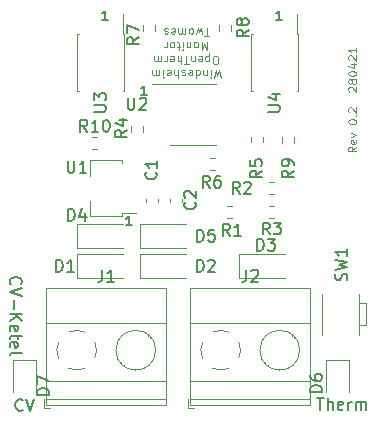
<source format=gbr>
%TF.GenerationSoftware,KiCad,Pcbnew,(5.1.9)-1*%
%TF.CreationDate,2021-04-28T15:15:37+02:00*%
%TF.ProjectId,OpenThermMonitorTwomes,4f70656e-5468-4657-926d-4d6f6e69746f,rev?*%
%TF.SameCoordinates,Original*%
%TF.FileFunction,Legend,Top*%
%TF.FilePolarity,Positive*%
%FSLAX46Y46*%
G04 Gerber Fmt 4.6, Leading zero omitted, Abs format (unit mm)*
G04 Created by KiCad (PCBNEW (5.1.9)-1) date 2021-04-28 15:15:37*
%MOMM*%
%LPD*%
G01*
G04 APERTURE LIST*
%ADD10C,0.120000*%
%ADD11C,0.150000*%
G04 APERTURE END LIST*
D10*
X153224666Y-95550333D02*
X152891333Y-95783666D01*
X153224666Y-95950333D02*
X152524666Y-95950333D01*
X152524666Y-95683666D01*
X152558000Y-95617000D01*
X152591333Y-95583666D01*
X152658000Y-95550333D01*
X152758000Y-95550333D01*
X152824666Y-95583666D01*
X152858000Y-95617000D01*
X152891333Y-95683666D01*
X152891333Y-95950333D01*
X153191333Y-94983666D02*
X153224666Y-95050333D01*
X153224666Y-95183666D01*
X153191333Y-95250333D01*
X153124666Y-95283666D01*
X152858000Y-95283666D01*
X152791333Y-95250333D01*
X152758000Y-95183666D01*
X152758000Y-95050333D01*
X152791333Y-94983666D01*
X152858000Y-94950333D01*
X152924666Y-94950333D01*
X152991333Y-95283666D01*
X152758000Y-94717000D02*
X153224666Y-94550333D01*
X152758000Y-94383666D01*
X152524666Y-93450333D02*
X152524666Y-93383666D01*
X152558000Y-93317000D01*
X152591333Y-93283666D01*
X152658000Y-93250333D01*
X152791333Y-93217000D01*
X152958000Y-93217000D01*
X153091333Y-93250333D01*
X153158000Y-93283666D01*
X153191333Y-93317000D01*
X153224666Y-93383666D01*
X153224666Y-93450333D01*
X153191333Y-93517000D01*
X153158000Y-93550333D01*
X153091333Y-93583666D01*
X152958000Y-93617000D01*
X152791333Y-93617000D01*
X152658000Y-93583666D01*
X152591333Y-93550333D01*
X152558000Y-93517000D01*
X152524666Y-93450333D01*
X153158000Y-92917000D02*
X153191333Y-92883666D01*
X153224666Y-92917000D01*
X153191333Y-92950333D01*
X153158000Y-92917000D01*
X153224666Y-92917000D01*
X152591333Y-92617000D02*
X152558000Y-92583666D01*
X152524666Y-92517000D01*
X152524666Y-92350333D01*
X152558000Y-92283666D01*
X152591333Y-92250333D01*
X152658000Y-92217000D01*
X152724666Y-92217000D01*
X152824666Y-92250333D01*
X153224666Y-92650333D01*
X153224666Y-92217000D01*
X152591333Y-90883666D02*
X152558000Y-90850333D01*
X152524666Y-90783666D01*
X152524666Y-90617000D01*
X152558000Y-90550333D01*
X152591333Y-90517000D01*
X152658000Y-90483666D01*
X152724666Y-90483666D01*
X152824666Y-90517000D01*
X153224666Y-90917000D01*
X153224666Y-90483666D01*
X152824666Y-90083666D02*
X152791333Y-90150333D01*
X152758000Y-90183666D01*
X152691333Y-90217000D01*
X152658000Y-90217000D01*
X152591333Y-90183666D01*
X152558000Y-90150333D01*
X152524666Y-90083666D01*
X152524666Y-89950333D01*
X152558000Y-89883666D01*
X152591333Y-89850333D01*
X152658000Y-89817000D01*
X152691333Y-89817000D01*
X152758000Y-89850333D01*
X152791333Y-89883666D01*
X152824666Y-89950333D01*
X152824666Y-90083666D01*
X152858000Y-90150333D01*
X152891333Y-90183666D01*
X152958000Y-90217000D01*
X153091333Y-90217000D01*
X153158000Y-90183666D01*
X153191333Y-90150333D01*
X153224666Y-90083666D01*
X153224666Y-89950333D01*
X153191333Y-89883666D01*
X153158000Y-89850333D01*
X153091333Y-89817000D01*
X152958000Y-89817000D01*
X152891333Y-89850333D01*
X152858000Y-89883666D01*
X152824666Y-89950333D01*
X152524666Y-89383666D02*
X152524666Y-89317000D01*
X152558000Y-89250333D01*
X152591333Y-89217000D01*
X152658000Y-89183666D01*
X152791333Y-89150333D01*
X152958000Y-89150333D01*
X153091333Y-89183666D01*
X153158000Y-89217000D01*
X153191333Y-89250333D01*
X153224666Y-89317000D01*
X153224666Y-89383666D01*
X153191333Y-89450333D01*
X153158000Y-89483666D01*
X153091333Y-89517000D01*
X152958000Y-89550333D01*
X152791333Y-89550333D01*
X152658000Y-89517000D01*
X152591333Y-89483666D01*
X152558000Y-89450333D01*
X152524666Y-89383666D01*
X152758000Y-88550333D02*
X153224666Y-88550333D01*
X152491333Y-88717000D02*
X152991333Y-88883666D01*
X152991333Y-88450333D01*
X152591333Y-88217000D02*
X152558000Y-88183666D01*
X152524666Y-88117000D01*
X152524666Y-87950333D01*
X152558000Y-87883666D01*
X152591333Y-87850333D01*
X152658000Y-87817000D01*
X152724666Y-87817000D01*
X152824666Y-87850333D01*
X153224666Y-88250333D01*
X153224666Y-87817000D01*
X153224666Y-87150333D02*
X153224666Y-87550333D01*
X153224666Y-87350333D02*
X152524666Y-87350333D01*
X152624666Y-87417000D01*
X152691333Y-87483666D01*
X152724666Y-87550333D01*
D11*
X124975952Y-117832142D02*
X124928333Y-117879761D01*
X124785476Y-117927380D01*
X124690238Y-117927380D01*
X124547380Y-117879761D01*
X124452142Y-117784523D01*
X124404523Y-117689285D01*
X124356904Y-117498809D01*
X124356904Y-117355952D01*
X124404523Y-117165476D01*
X124452142Y-117070238D01*
X124547380Y-116975000D01*
X124690238Y-116927380D01*
X124785476Y-116927380D01*
X124928333Y-116975000D01*
X124975952Y-117022619D01*
X125261666Y-116927380D02*
X125595000Y-117927380D01*
X125928333Y-116927380D01*
D10*
X141744333Y-89718333D02*
X141577666Y-89018333D01*
X141444333Y-89518333D01*
X141311000Y-89018333D01*
X141144333Y-89718333D01*
X140877666Y-89018333D02*
X140877666Y-89485000D01*
X140877666Y-89718333D02*
X140911000Y-89685000D01*
X140877666Y-89651666D01*
X140844333Y-89685000D01*
X140877666Y-89718333D01*
X140877666Y-89651666D01*
X140544333Y-89485000D02*
X140544333Y-89018333D01*
X140544333Y-89418333D02*
X140511000Y-89451666D01*
X140444333Y-89485000D01*
X140344333Y-89485000D01*
X140277666Y-89451666D01*
X140244333Y-89385000D01*
X140244333Y-89018333D01*
X139611000Y-89018333D02*
X139611000Y-89718333D01*
X139611000Y-89051666D02*
X139677666Y-89018333D01*
X139811000Y-89018333D01*
X139877666Y-89051666D01*
X139911000Y-89085000D01*
X139944333Y-89151666D01*
X139944333Y-89351666D01*
X139911000Y-89418333D01*
X139877666Y-89451666D01*
X139811000Y-89485000D01*
X139677666Y-89485000D01*
X139611000Y-89451666D01*
X139011000Y-89051666D02*
X139077666Y-89018333D01*
X139211000Y-89018333D01*
X139277666Y-89051666D01*
X139311000Y-89118333D01*
X139311000Y-89385000D01*
X139277666Y-89451666D01*
X139211000Y-89485000D01*
X139077666Y-89485000D01*
X139011000Y-89451666D01*
X138977666Y-89385000D01*
X138977666Y-89318333D01*
X139311000Y-89251666D01*
X138711000Y-89051666D02*
X138644333Y-89018333D01*
X138511000Y-89018333D01*
X138444333Y-89051666D01*
X138411000Y-89118333D01*
X138411000Y-89151666D01*
X138444333Y-89218333D01*
X138511000Y-89251666D01*
X138611000Y-89251666D01*
X138677666Y-89285000D01*
X138711000Y-89351666D01*
X138711000Y-89385000D01*
X138677666Y-89451666D01*
X138611000Y-89485000D01*
X138511000Y-89485000D01*
X138444333Y-89451666D01*
X138111000Y-89018333D02*
X138111000Y-89718333D01*
X137811000Y-89018333D02*
X137811000Y-89385000D01*
X137844333Y-89451666D01*
X137911000Y-89485000D01*
X138011000Y-89485000D01*
X138077666Y-89451666D01*
X138111000Y-89418333D01*
X137211000Y-89051666D02*
X137277666Y-89018333D01*
X137411000Y-89018333D01*
X137477666Y-89051666D01*
X137511000Y-89118333D01*
X137511000Y-89385000D01*
X137477666Y-89451666D01*
X137411000Y-89485000D01*
X137277666Y-89485000D01*
X137211000Y-89451666D01*
X137177666Y-89385000D01*
X137177666Y-89318333D01*
X137511000Y-89251666D01*
X136877666Y-89018333D02*
X136877666Y-89485000D01*
X136877666Y-89718333D02*
X136911000Y-89685000D01*
X136877666Y-89651666D01*
X136844333Y-89685000D01*
X136877666Y-89718333D01*
X136877666Y-89651666D01*
X136544333Y-89018333D02*
X136544333Y-89485000D01*
X136544333Y-89418333D02*
X136511000Y-89451666D01*
X136444333Y-89485000D01*
X136344333Y-89485000D01*
X136277666Y-89451666D01*
X136244333Y-89385000D01*
X136244333Y-89018333D01*
X136244333Y-89385000D02*
X136211000Y-89451666D01*
X136144333Y-89485000D01*
X136044333Y-89485000D01*
X135977666Y-89451666D01*
X135944333Y-89385000D01*
X135944333Y-89018333D01*
X141377666Y-88548333D02*
X141244333Y-88548333D01*
X141177666Y-88515000D01*
X141111000Y-88448333D01*
X141077666Y-88315000D01*
X141077666Y-88081666D01*
X141111000Y-87948333D01*
X141177666Y-87881666D01*
X141244333Y-87848333D01*
X141377666Y-87848333D01*
X141444333Y-87881666D01*
X141511000Y-87948333D01*
X141544333Y-88081666D01*
X141544333Y-88315000D01*
X141511000Y-88448333D01*
X141444333Y-88515000D01*
X141377666Y-88548333D01*
X140777666Y-88315000D02*
X140777666Y-87615000D01*
X140777666Y-88281666D02*
X140711000Y-88315000D01*
X140577666Y-88315000D01*
X140511000Y-88281666D01*
X140477666Y-88248333D01*
X140444333Y-88181666D01*
X140444333Y-87981666D01*
X140477666Y-87915000D01*
X140511000Y-87881666D01*
X140577666Y-87848333D01*
X140711000Y-87848333D01*
X140777666Y-87881666D01*
X139877666Y-87881666D02*
X139944333Y-87848333D01*
X140077666Y-87848333D01*
X140144333Y-87881666D01*
X140177666Y-87948333D01*
X140177666Y-88215000D01*
X140144333Y-88281666D01*
X140077666Y-88315000D01*
X139944333Y-88315000D01*
X139877666Y-88281666D01*
X139844333Y-88215000D01*
X139844333Y-88148333D01*
X140177666Y-88081666D01*
X139544333Y-88315000D02*
X139544333Y-87848333D01*
X139544333Y-88248333D02*
X139511000Y-88281666D01*
X139444333Y-88315000D01*
X139344333Y-88315000D01*
X139277666Y-88281666D01*
X139244333Y-88215000D01*
X139244333Y-87848333D01*
X139011000Y-88548333D02*
X138611000Y-88548333D01*
X138811000Y-87848333D02*
X138811000Y-88548333D01*
X138377666Y-87848333D02*
X138377666Y-88548333D01*
X138077666Y-87848333D02*
X138077666Y-88215000D01*
X138111000Y-88281666D01*
X138177666Y-88315000D01*
X138277666Y-88315000D01*
X138344333Y-88281666D01*
X138377666Y-88248333D01*
X137477666Y-87881666D02*
X137544333Y-87848333D01*
X137677666Y-87848333D01*
X137744333Y-87881666D01*
X137777666Y-87948333D01*
X137777666Y-88215000D01*
X137744333Y-88281666D01*
X137677666Y-88315000D01*
X137544333Y-88315000D01*
X137477666Y-88281666D01*
X137444333Y-88215000D01*
X137444333Y-88148333D01*
X137777666Y-88081666D01*
X137144333Y-87848333D02*
X137144333Y-88315000D01*
X137144333Y-88181666D02*
X137111000Y-88248333D01*
X137077666Y-88281666D01*
X137011000Y-88315000D01*
X136944333Y-88315000D01*
X136711000Y-87848333D02*
X136711000Y-88315000D01*
X136711000Y-88248333D02*
X136677666Y-88281666D01*
X136611000Y-88315000D01*
X136511000Y-88315000D01*
X136444333Y-88281666D01*
X136411000Y-88215000D01*
X136411000Y-87848333D01*
X136411000Y-88215000D02*
X136377666Y-88281666D01*
X136311000Y-88315000D01*
X136211000Y-88315000D01*
X136144333Y-88281666D01*
X136111000Y-88215000D01*
X136111000Y-87848333D01*
X140577666Y-86678333D02*
X140577666Y-87378333D01*
X140344333Y-86878333D01*
X140111000Y-87378333D01*
X140111000Y-86678333D01*
X139677666Y-86678333D02*
X139744333Y-86711666D01*
X139777666Y-86745000D01*
X139811000Y-86811666D01*
X139811000Y-87011666D01*
X139777666Y-87078333D01*
X139744333Y-87111666D01*
X139677666Y-87145000D01*
X139577666Y-87145000D01*
X139511000Y-87111666D01*
X139477666Y-87078333D01*
X139444333Y-87011666D01*
X139444333Y-86811666D01*
X139477666Y-86745000D01*
X139511000Y-86711666D01*
X139577666Y-86678333D01*
X139677666Y-86678333D01*
X139144333Y-87145000D02*
X139144333Y-86678333D01*
X139144333Y-87078333D02*
X139111000Y-87111666D01*
X139044333Y-87145000D01*
X138944333Y-87145000D01*
X138877666Y-87111666D01*
X138844333Y-87045000D01*
X138844333Y-86678333D01*
X138511000Y-86678333D02*
X138511000Y-87145000D01*
X138511000Y-87378333D02*
X138544333Y-87345000D01*
X138511000Y-87311666D01*
X138477666Y-87345000D01*
X138511000Y-87378333D01*
X138511000Y-87311666D01*
X138277666Y-87145000D02*
X138011000Y-87145000D01*
X138177666Y-87378333D02*
X138177666Y-86778333D01*
X138144333Y-86711666D01*
X138077666Y-86678333D01*
X138011000Y-86678333D01*
X137677666Y-86678333D02*
X137744333Y-86711666D01*
X137777666Y-86745000D01*
X137811000Y-86811666D01*
X137811000Y-87011666D01*
X137777666Y-87078333D01*
X137744333Y-87111666D01*
X137677666Y-87145000D01*
X137577666Y-87145000D01*
X137511000Y-87111666D01*
X137477666Y-87078333D01*
X137444333Y-87011666D01*
X137444333Y-86811666D01*
X137477666Y-86745000D01*
X137511000Y-86711666D01*
X137577666Y-86678333D01*
X137677666Y-86678333D01*
X137144333Y-86678333D02*
X137144333Y-87145000D01*
X137144333Y-87011666D02*
X137111000Y-87078333D01*
X137077666Y-87111666D01*
X137011000Y-87145000D01*
X136944333Y-87145000D01*
X140744333Y-86208333D02*
X140344333Y-86208333D01*
X140544333Y-85508333D02*
X140544333Y-86208333D01*
X140177666Y-85975000D02*
X140044333Y-85508333D01*
X139911000Y-85841666D01*
X139777666Y-85508333D01*
X139644333Y-85975000D01*
X139277666Y-85508333D02*
X139344333Y-85541666D01*
X139377666Y-85575000D01*
X139411000Y-85641666D01*
X139411000Y-85841666D01*
X139377666Y-85908333D01*
X139344333Y-85941666D01*
X139277666Y-85975000D01*
X139177666Y-85975000D01*
X139111000Y-85941666D01*
X139077666Y-85908333D01*
X139044333Y-85841666D01*
X139044333Y-85641666D01*
X139077666Y-85575000D01*
X139111000Y-85541666D01*
X139177666Y-85508333D01*
X139277666Y-85508333D01*
X138744333Y-85508333D02*
X138744333Y-85975000D01*
X138744333Y-85908333D02*
X138711000Y-85941666D01*
X138644333Y-85975000D01*
X138544333Y-85975000D01*
X138477666Y-85941666D01*
X138444333Y-85875000D01*
X138444333Y-85508333D01*
X138444333Y-85875000D02*
X138411000Y-85941666D01*
X138344333Y-85975000D01*
X138244333Y-85975000D01*
X138177666Y-85941666D01*
X138144333Y-85875000D01*
X138144333Y-85508333D01*
X137544333Y-85541666D02*
X137611000Y-85508333D01*
X137744333Y-85508333D01*
X137811000Y-85541666D01*
X137844333Y-85608333D01*
X137844333Y-85875000D01*
X137811000Y-85941666D01*
X137744333Y-85975000D01*
X137611000Y-85975000D01*
X137544333Y-85941666D01*
X137511000Y-85875000D01*
X137511000Y-85808333D01*
X137844333Y-85741666D01*
X137244333Y-85541666D02*
X137177666Y-85508333D01*
X137044333Y-85508333D01*
X136977666Y-85541666D01*
X136944333Y-85608333D01*
X136944333Y-85641666D01*
X136977666Y-85708333D01*
X137044333Y-85741666D01*
X137144333Y-85741666D01*
X137211000Y-85775000D01*
X137244333Y-85841666D01*
X137244333Y-85875000D01*
X137211000Y-85941666D01*
X137144333Y-85975000D01*
X137044333Y-85975000D01*
X136977666Y-85941666D01*
D11*
X132181571Y-84816904D02*
X131724428Y-84816904D01*
X131953000Y-84816904D02*
X131953000Y-84016904D01*
X131876809Y-84131190D01*
X131800619Y-84207380D01*
X131724428Y-84245476D01*
X146913571Y-84816904D02*
X146456428Y-84816904D01*
X146685000Y-84816904D02*
X146685000Y-84016904D01*
X146608809Y-84131190D01*
X146532619Y-84207380D01*
X146456428Y-84245476D01*
X134213571Y-102215904D02*
X133756428Y-102215904D01*
X133985000Y-102215904D02*
X133985000Y-101415904D01*
X133908809Y-101530190D01*
X133832619Y-101606380D01*
X133756428Y-101644476D01*
X135483571Y-91166904D02*
X135026428Y-91166904D01*
X135255000Y-91166904D02*
X135255000Y-90366904D01*
X135178809Y-90481190D01*
X135102619Y-90557380D01*
X135026428Y-90595476D01*
X149876142Y-116800380D02*
X150447571Y-116800380D01*
X150161857Y-117800380D02*
X150161857Y-116800380D01*
X150780904Y-117800380D02*
X150780904Y-116800380D01*
X151209476Y-117800380D02*
X151209476Y-117276571D01*
X151161857Y-117181333D01*
X151066619Y-117133714D01*
X150923761Y-117133714D01*
X150828523Y-117181333D01*
X150780904Y-117228952D01*
X152066619Y-117752761D02*
X151971380Y-117800380D01*
X151780904Y-117800380D01*
X151685666Y-117752761D01*
X151638047Y-117657523D01*
X151638047Y-117276571D01*
X151685666Y-117181333D01*
X151780904Y-117133714D01*
X151971380Y-117133714D01*
X152066619Y-117181333D01*
X152114238Y-117276571D01*
X152114238Y-117371809D01*
X151638047Y-117467047D01*
X152542809Y-117800380D02*
X152542809Y-117133714D01*
X152542809Y-117324190D02*
X152590428Y-117228952D01*
X152638047Y-117181333D01*
X152733285Y-117133714D01*
X152828523Y-117133714D01*
X153161857Y-117800380D02*
X153161857Y-117133714D01*
X153161857Y-117228952D02*
X153209476Y-117181333D01*
X153304714Y-117133714D01*
X153447571Y-117133714D01*
X153542809Y-117181333D01*
X153590428Y-117276571D01*
X153590428Y-117800380D01*
X153590428Y-117276571D02*
X153638047Y-117181333D01*
X153733285Y-117133714D01*
X153876142Y-117133714D01*
X153971380Y-117181333D01*
X154019000Y-117276571D01*
X154019000Y-117800380D01*
X123975857Y-107212142D02*
X123928238Y-107164523D01*
X123880619Y-107021666D01*
X123880619Y-106926428D01*
X123928238Y-106783571D01*
X124023476Y-106688333D01*
X124118714Y-106640714D01*
X124309190Y-106593095D01*
X124452047Y-106593095D01*
X124642523Y-106640714D01*
X124737761Y-106688333D01*
X124833000Y-106783571D01*
X124880619Y-106926428D01*
X124880619Y-107021666D01*
X124833000Y-107164523D01*
X124785380Y-107212142D01*
X124880619Y-107497857D02*
X123880619Y-107831190D01*
X124880619Y-108164523D01*
X124261571Y-108497857D02*
X124261571Y-109259761D01*
X123880619Y-109735952D02*
X124880619Y-109735952D01*
X123880619Y-110307380D02*
X124452047Y-109878809D01*
X124880619Y-110307380D02*
X124309190Y-109735952D01*
X123928238Y-111116904D02*
X123880619Y-111021666D01*
X123880619Y-110831190D01*
X123928238Y-110735952D01*
X124023476Y-110688333D01*
X124404428Y-110688333D01*
X124499666Y-110735952D01*
X124547285Y-110831190D01*
X124547285Y-111021666D01*
X124499666Y-111116904D01*
X124404428Y-111164523D01*
X124309190Y-111164523D01*
X124213952Y-110688333D01*
X124547285Y-111450238D02*
X124547285Y-111831190D01*
X124880619Y-111593095D02*
X124023476Y-111593095D01*
X123928238Y-111640714D01*
X123880619Y-111735952D01*
X123880619Y-111831190D01*
X123928238Y-112545476D02*
X123880619Y-112450238D01*
X123880619Y-112259761D01*
X123928238Y-112164523D01*
X124023476Y-112116904D01*
X124404428Y-112116904D01*
X124499666Y-112164523D01*
X124547285Y-112259761D01*
X124547285Y-112450238D01*
X124499666Y-112545476D01*
X124404428Y-112593095D01*
X124309190Y-112593095D01*
X124213952Y-112116904D01*
X123880619Y-113164523D02*
X123928238Y-113069285D01*
X124023476Y-113021666D01*
X124880619Y-113021666D01*
D10*
%TO.C,SW1*%
X153416600Y-108778000D02*
X154066600Y-108778000D01*
X154066600Y-108778000D02*
X154066600Y-110678000D01*
X154066600Y-110678000D02*
X153416600Y-110678000D01*
X150316600Y-111478000D02*
X150316600Y-107978000D01*
X153416600Y-107978000D02*
X153416600Y-111478000D01*
%TO.C,J2*%
X138932000Y-117676000D02*
X139432000Y-117676000D01*
X138932000Y-116936000D02*
X138932000Y-117676000D01*
X145505000Y-113799000D02*
X145458000Y-113845000D01*
X147802000Y-111501000D02*
X147767000Y-111537000D01*
X145698000Y-114015000D02*
X145663000Y-114050000D01*
X148007000Y-111707000D02*
X147960000Y-111753000D01*
X149292000Y-107515000D02*
X149292000Y-117436000D01*
X139172000Y-107515000D02*
X139172000Y-117436000D01*
X139172000Y-117436000D02*
X149292000Y-117436000D01*
X139172000Y-107515000D02*
X149292000Y-107515000D01*
X139172000Y-110475000D02*
X149292000Y-110475000D01*
X139172000Y-115376000D02*
X149292000Y-115376000D01*
X139172000Y-116876000D02*
X149292000Y-116876000D01*
X148412000Y-112776000D02*
G75*
G03*
X148412000Y-112776000I-1680000J0D01*
G01*
X142415318Y-114310756D02*
G75*
G02*
X141732000Y-114456000I-683318J1534756D01*
G01*
X143267426Y-112092958D02*
G75*
G02*
X143267000Y-113460000I-1535426J-683042D01*
G01*
X141048958Y-111240574D02*
G75*
G02*
X142416000Y-111241000I683042J-1535426D01*
G01*
X140196574Y-113459042D02*
G75*
G02*
X140197000Y-112092000I1535426J683042D01*
G01*
X141760805Y-114456253D02*
G75*
G02*
X141048000Y-114311000I-28805J1680253D01*
G01*
%TO.C,J1*%
X136220000Y-112776000D02*
G75*
G03*
X136220000Y-112776000I-1680000J0D01*
G01*
X126980000Y-116876000D02*
X137100000Y-116876000D01*
X126980000Y-115376000D02*
X137100000Y-115376000D01*
X126980000Y-110475000D02*
X137100000Y-110475000D01*
X126980000Y-107515000D02*
X137100000Y-107515000D01*
X126980000Y-117436000D02*
X137100000Y-117436000D01*
X126980000Y-107515000D02*
X126980000Y-117436000D01*
X137100000Y-107515000D02*
X137100000Y-117436000D01*
X135815000Y-111707000D02*
X135768000Y-111753000D01*
X133506000Y-114015000D02*
X133471000Y-114050000D01*
X135610000Y-111501000D02*
X135575000Y-111537000D01*
X133313000Y-113799000D02*
X133266000Y-113845000D01*
X126740000Y-116936000D02*
X126740000Y-117676000D01*
X126740000Y-117676000D02*
X127240000Y-117676000D01*
X129568805Y-114456253D02*
G75*
G02*
X128856000Y-114311000I-28805J1680253D01*
G01*
X128004574Y-113459042D02*
G75*
G02*
X128005000Y-112092000I1535426J683042D01*
G01*
X128856958Y-111240574D02*
G75*
G02*
X130224000Y-111241000I683042J-1535426D01*
G01*
X131075426Y-112092958D02*
G75*
G02*
X131075000Y-113460000I-1535426J-683042D01*
G01*
X130223318Y-114310756D02*
G75*
G02*
X129540000Y-114456000I-683318J1534756D01*
G01*
%TO.C,D5*%
X134910000Y-102124000D02*
X138810000Y-102124000D01*
X134910000Y-104124000D02*
X138810000Y-104124000D01*
X134910000Y-102124000D02*
X134910000Y-104124000D01*
%TO.C,D4*%
X129576000Y-102124000D02*
X133476000Y-102124000D01*
X129576000Y-104124000D02*
X133476000Y-104124000D01*
X129576000Y-102124000D02*
X129576000Y-104124000D01*
%TO.C,D3*%
X143292000Y-104664000D02*
X147192000Y-104664000D01*
X143292000Y-106664000D02*
X147192000Y-106664000D01*
X143292000Y-104664000D02*
X143292000Y-106664000D01*
%TO.C,D2*%
X134910000Y-104664000D02*
X138810000Y-104664000D01*
X134910000Y-106664000D02*
X138810000Y-106664000D01*
X134910000Y-104664000D02*
X134910000Y-106664000D01*
%TO.C,D1*%
X129576000Y-104664000D02*
X133476000Y-104664000D01*
X129576000Y-106664000D02*
X133476000Y-106664000D01*
X129576000Y-104664000D02*
X129576000Y-106664000D01*
%TO.C,U4*%
X148154000Y-85992000D02*
X148154000Y-84292000D01*
X144454000Y-90792000D02*
X144304000Y-90792000D01*
X144304000Y-90792000D02*
X144304000Y-85992000D01*
X144304000Y-85992000D02*
X144454000Y-85992000D01*
X148154000Y-85992000D02*
X148304000Y-85992000D01*
X148304000Y-85992000D02*
X148304000Y-90792000D01*
X148304000Y-90792000D02*
X148154000Y-90792000D01*
%TO.C,U3*%
X133572000Y-90792000D02*
X133422000Y-90792000D01*
X133572000Y-85992000D02*
X133572000Y-90792000D01*
X133422000Y-85992000D02*
X133572000Y-85992000D01*
X129572000Y-85992000D02*
X129722000Y-85992000D01*
X129572000Y-90792000D02*
X129572000Y-85992000D01*
X129722000Y-90792000D02*
X129572000Y-90792000D01*
X133422000Y-85992000D02*
X133422000Y-84292000D01*
%TO.C,U2*%
X139381000Y-90277000D02*
X135931000Y-90277000D01*
X139381000Y-90277000D02*
X141331000Y-90277000D01*
X139381000Y-95397000D02*
X137431000Y-95397000D01*
X139381000Y-95397000D02*
X141331000Y-95397000D01*
%TO.C,U1*%
X133394000Y-96700000D02*
X133394000Y-96930000D01*
X133394000Y-101420000D02*
X133394000Y-101190000D01*
X133394000Y-101420000D02*
X130674000Y-101420000D01*
X130674000Y-101420000D02*
X130674000Y-100110000D01*
X134534000Y-101190000D02*
X133394000Y-101190000D01*
X130674000Y-96700000D02*
X133394000Y-96700000D01*
X130674000Y-98010000D02*
X130674000Y-96700000D01*
%TO.C,R10*%
X130826742Y-95772500D02*
X131301258Y-95772500D01*
X130826742Y-94727500D02*
X131301258Y-94727500D01*
%TO.C,R9*%
X146924500Y-94758742D02*
X146924500Y-95233258D01*
X147969500Y-94758742D02*
X147969500Y-95233258D01*
%TO.C,R8*%
X142635500Y-85708258D02*
X142635500Y-85233742D01*
X141590500Y-85708258D02*
X141590500Y-85233742D01*
%TO.C,R7*%
X136158500Y-85708258D02*
X136158500Y-85233742D01*
X135113500Y-85708258D02*
X135113500Y-85233742D01*
%TO.C,R6*%
X141270258Y-96505500D02*
X140795742Y-96505500D01*
X141270258Y-97550500D02*
X140795742Y-97550500D01*
%TO.C,R5*%
X144257500Y-94695742D02*
X144257500Y-95170258D01*
X145302500Y-94695742D02*
X145302500Y-95170258D01*
%TO.C,R4*%
X134097500Y-93805742D02*
X134097500Y-94280258D01*
X135142500Y-93805742D02*
X135142500Y-94280258D01*
%TO.C,R3*%
X146287258Y-100569500D02*
X145812742Y-100569500D01*
X146287258Y-101614500D02*
X145812742Y-101614500D01*
%TO.C,R2*%
X145812742Y-99582500D02*
X146287258Y-99582500D01*
X145812742Y-98537500D02*
X146287258Y-98537500D01*
%TO.C,R1*%
X142256742Y-101614500D02*
X142731258Y-101614500D01*
X142256742Y-100569500D02*
X142731258Y-100569500D01*
%TO.C,D7*%
X124135000Y-113631000D02*
X124135000Y-116316000D01*
X126055000Y-113631000D02*
X124135000Y-113631000D01*
X126055000Y-116316000D02*
X126055000Y-113631000D01*
%TO.C,D6*%
X150678000Y-113631000D02*
X150678000Y-116316000D01*
X152598000Y-113631000D02*
X150678000Y-113631000D01*
X152598000Y-116316000D02*
X152598000Y-113631000D01*
%TO.C,C2*%
X137412000Y-99935420D02*
X137412000Y-100216580D01*
X138432000Y-99935420D02*
X138432000Y-100216580D01*
%TO.C,C1*%
X135380000Y-99935420D02*
X135380000Y-100216580D01*
X136400000Y-99935420D02*
X136400000Y-100216580D01*
%TO.C,SW1*%
D11*
X152398361Y-106870333D02*
X152445980Y-106727476D01*
X152445980Y-106489380D01*
X152398361Y-106394142D01*
X152350742Y-106346523D01*
X152255504Y-106298904D01*
X152160266Y-106298904D01*
X152065028Y-106346523D01*
X152017409Y-106394142D01*
X151969790Y-106489380D01*
X151922171Y-106679857D01*
X151874552Y-106775095D01*
X151826933Y-106822714D01*
X151731695Y-106870333D01*
X151636457Y-106870333D01*
X151541219Y-106822714D01*
X151493600Y-106775095D01*
X151445980Y-106679857D01*
X151445980Y-106441761D01*
X151493600Y-106298904D01*
X151445980Y-105965571D02*
X152445980Y-105727476D01*
X151731695Y-105537000D01*
X152445980Y-105346523D01*
X151445980Y-105108428D01*
X152445980Y-104203666D02*
X152445980Y-104775095D01*
X152445980Y-104489380D02*
X151445980Y-104489380D01*
X151588838Y-104584619D01*
X151684076Y-104679857D01*
X151731695Y-104775095D01*
%TO.C,J2*%
X143898666Y-105968380D02*
X143898666Y-106682666D01*
X143851047Y-106825523D01*
X143755809Y-106920761D01*
X143612952Y-106968380D01*
X143517714Y-106968380D01*
X144327238Y-106063619D02*
X144374857Y-106016000D01*
X144470095Y-105968380D01*
X144708190Y-105968380D01*
X144803428Y-106016000D01*
X144851047Y-106063619D01*
X144898666Y-106158857D01*
X144898666Y-106254095D01*
X144851047Y-106396952D01*
X144279619Y-106968380D01*
X144898666Y-106968380D01*
%TO.C,J1*%
X131706666Y-105968380D02*
X131706666Y-106682666D01*
X131659047Y-106825523D01*
X131563809Y-106920761D01*
X131420952Y-106968380D01*
X131325714Y-106968380D01*
X132706666Y-106968380D02*
X132135238Y-106968380D01*
X132420952Y-106968380D02*
X132420952Y-105968380D01*
X132325714Y-106111238D01*
X132230476Y-106206476D01*
X132135238Y-106254095D01*
%TO.C,D5*%
X139723904Y-103576380D02*
X139723904Y-102576380D01*
X139962000Y-102576380D01*
X140104857Y-102624000D01*
X140200095Y-102719238D01*
X140247714Y-102814476D01*
X140295333Y-103004952D01*
X140295333Y-103147809D01*
X140247714Y-103338285D01*
X140200095Y-103433523D01*
X140104857Y-103528761D01*
X139962000Y-103576380D01*
X139723904Y-103576380D01*
X141200095Y-102576380D02*
X140723904Y-102576380D01*
X140676285Y-103052571D01*
X140723904Y-103004952D01*
X140819142Y-102957333D01*
X141057238Y-102957333D01*
X141152476Y-103004952D01*
X141200095Y-103052571D01*
X141247714Y-103147809D01*
X141247714Y-103385904D01*
X141200095Y-103481142D01*
X141152476Y-103528761D01*
X141057238Y-103576380D01*
X140819142Y-103576380D01*
X140723904Y-103528761D01*
X140676285Y-103481142D01*
%TO.C,D4*%
X128801904Y-101798380D02*
X128801904Y-100798380D01*
X129040000Y-100798380D01*
X129182857Y-100846000D01*
X129278095Y-100941238D01*
X129325714Y-101036476D01*
X129373333Y-101226952D01*
X129373333Y-101369809D01*
X129325714Y-101560285D01*
X129278095Y-101655523D01*
X129182857Y-101750761D01*
X129040000Y-101798380D01*
X128801904Y-101798380D01*
X130230476Y-101131714D02*
X130230476Y-101798380D01*
X129992380Y-100750761D02*
X129754285Y-101465047D01*
X130373333Y-101465047D01*
%TO.C,D3*%
X144803904Y-104338380D02*
X144803904Y-103338380D01*
X145042000Y-103338380D01*
X145184857Y-103386000D01*
X145280095Y-103481238D01*
X145327714Y-103576476D01*
X145375333Y-103766952D01*
X145375333Y-103909809D01*
X145327714Y-104100285D01*
X145280095Y-104195523D01*
X145184857Y-104290761D01*
X145042000Y-104338380D01*
X144803904Y-104338380D01*
X145708666Y-103338380D02*
X146327714Y-103338380D01*
X145994380Y-103719333D01*
X146137238Y-103719333D01*
X146232476Y-103766952D01*
X146280095Y-103814571D01*
X146327714Y-103909809D01*
X146327714Y-104147904D01*
X146280095Y-104243142D01*
X146232476Y-104290761D01*
X146137238Y-104338380D01*
X145851523Y-104338380D01*
X145756285Y-104290761D01*
X145708666Y-104243142D01*
%TO.C,D2*%
X139723904Y-106116380D02*
X139723904Y-105116380D01*
X139962000Y-105116380D01*
X140104857Y-105164000D01*
X140200095Y-105259238D01*
X140247714Y-105354476D01*
X140295333Y-105544952D01*
X140295333Y-105687809D01*
X140247714Y-105878285D01*
X140200095Y-105973523D01*
X140104857Y-106068761D01*
X139962000Y-106116380D01*
X139723904Y-106116380D01*
X140676285Y-105211619D02*
X140723904Y-105164000D01*
X140819142Y-105116380D01*
X141057238Y-105116380D01*
X141152476Y-105164000D01*
X141200095Y-105211619D01*
X141247714Y-105306857D01*
X141247714Y-105402095D01*
X141200095Y-105544952D01*
X140628666Y-106116380D01*
X141247714Y-106116380D01*
%TO.C,D1*%
X127785904Y-106116380D02*
X127785904Y-105116380D01*
X128024000Y-105116380D01*
X128166857Y-105164000D01*
X128262095Y-105259238D01*
X128309714Y-105354476D01*
X128357333Y-105544952D01*
X128357333Y-105687809D01*
X128309714Y-105878285D01*
X128262095Y-105973523D01*
X128166857Y-106068761D01*
X128024000Y-106116380D01*
X127785904Y-106116380D01*
X129309714Y-106116380D02*
X128738285Y-106116380D01*
X129024000Y-106116380D02*
X129024000Y-105116380D01*
X128928761Y-105259238D01*
X128833523Y-105354476D01*
X128738285Y-105402095D01*
%TO.C,U4*%
X145756380Y-92582904D02*
X146565904Y-92582904D01*
X146661142Y-92535285D01*
X146708761Y-92487666D01*
X146756380Y-92392428D01*
X146756380Y-92201952D01*
X146708761Y-92106714D01*
X146661142Y-92059095D01*
X146565904Y-92011476D01*
X145756380Y-92011476D01*
X146089714Y-91106714D02*
X146756380Y-91106714D01*
X145708761Y-91344809D02*
X146423047Y-91582904D01*
X146423047Y-90963857D01*
%TO.C,U3*%
X131024380Y-92582904D02*
X131833904Y-92582904D01*
X131929142Y-92535285D01*
X131976761Y-92487666D01*
X132024380Y-92392428D01*
X132024380Y-92201952D01*
X131976761Y-92106714D01*
X131929142Y-92059095D01*
X131833904Y-92011476D01*
X131024380Y-92011476D01*
X131024380Y-91630523D02*
X131024380Y-91011476D01*
X131405333Y-91344809D01*
X131405333Y-91201952D01*
X131452952Y-91106714D01*
X131500571Y-91059095D01*
X131595809Y-91011476D01*
X131833904Y-91011476D01*
X131929142Y-91059095D01*
X131976761Y-91106714D01*
X132024380Y-91201952D01*
X132024380Y-91487666D01*
X131976761Y-91582904D01*
X131929142Y-91630523D01*
%TO.C,U2*%
X133858095Y-91400380D02*
X133858095Y-92209904D01*
X133905714Y-92305142D01*
X133953333Y-92352761D01*
X134048571Y-92400380D01*
X134239047Y-92400380D01*
X134334285Y-92352761D01*
X134381904Y-92305142D01*
X134429523Y-92209904D01*
X134429523Y-91400380D01*
X134858095Y-91495619D02*
X134905714Y-91448000D01*
X135000952Y-91400380D01*
X135239047Y-91400380D01*
X135334285Y-91448000D01*
X135381904Y-91495619D01*
X135429523Y-91590857D01*
X135429523Y-91686095D01*
X135381904Y-91828952D01*
X134810476Y-92400380D01*
X135429523Y-92400380D01*
%TO.C,U1*%
X128778095Y-96734380D02*
X128778095Y-97543904D01*
X128825714Y-97639142D01*
X128873333Y-97686761D01*
X128968571Y-97734380D01*
X129159047Y-97734380D01*
X129254285Y-97686761D01*
X129301904Y-97639142D01*
X129349523Y-97543904D01*
X129349523Y-96734380D01*
X130349523Y-97734380D02*
X129778095Y-97734380D01*
X130063809Y-97734380D02*
X130063809Y-96734380D01*
X129968571Y-96877238D01*
X129873333Y-96972476D01*
X129778095Y-97020095D01*
%TO.C,R10*%
X130421142Y-94272380D02*
X130087809Y-93796190D01*
X129849714Y-94272380D02*
X129849714Y-93272380D01*
X130230666Y-93272380D01*
X130325904Y-93320000D01*
X130373523Y-93367619D01*
X130421142Y-93462857D01*
X130421142Y-93605714D01*
X130373523Y-93700952D01*
X130325904Y-93748571D01*
X130230666Y-93796190D01*
X129849714Y-93796190D01*
X131373523Y-94272380D02*
X130802095Y-94272380D01*
X131087809Y-94272380D02*
X131087809Y-93272380D01*
X130992571Y-93415238D01*
X130897333Y-93510476D01*
X130802095Y-93558095D01*
X131992571Y-93272380D02*
X132087809Y-93272380D01*
X132183047Y-93320000D01*
X132230666Y-93367619D01*
X132278285Y-93462857D01*
X132325904Y-93653333D01*
X132325904Y-93891428D01*
X132278285Y-94081904D01*
X132230666Y-94177142D01*
X132183047Y-94224761D01*
X132087809Y-94272380D01*
X131992571Y-94272380D01*
X131897333Y-94224761D01*
X131849714Y-94177142D01*
X131802095Y-94081904D01*
X131754476Y-93891428D01*
X131754476Y-93653333D01*
X131802095Y-93462857D01*
X131849714Y-93367619D01*
X131897333Y-93320000D01*
X131992571Y-93272380D01*
%TO.C,R9*%
X147899380Y-97575666D02*
X147423190Y-97909000D01*
X147899380Y-98147095D02*
X146899380Y-98147095D01*
X146899380Y-97766142D01*
X146947000Y-97670904D01*
X146994619Y-97623285D01*
X147089857Y-97575666D01*
X147232714Y-97575666D01*
X147327952Y-97623285D01*
X147375571Y-97670904D01*
X147423190Y-97766142D01*
X147423190Y-98147095D01*
X147899380Y-97099476D02*
X147899380Y-96909000D01*
X147851761Y-96813761D01*
X147804142Y-96766142D01*
X147661285Y-96670904D01*
X147470809Y-96623285D01*
X147089857Y-96623285D01*
X146994619Y-96670904D01*
X146947000Y-96718523D01*
X146899380Y-96813761D01*
X146899380Y-97004238D01*
X146947000Y-97099476D01*
X146994619Y-97147095D01*
X147089857Y-97194714D01*
X147327952Y-97194714D01*
X147423190Y-97147095D01*
X147470809Y-97099476D01*
X147518428Y-97004238D01*
X147518428Y-96813761D01*
X147470809Y-96718523D01*
X147423190Y-96670904D01*
X147327952Y-96623285D01*
%TO.C,R8*%
X144089380Y-85637666D02*
X143613190Y-85971000D01*
X144089380Y-86209095D02*
X143089380Y-86209095D01*
X143089380Y-85828142D01*
X143137000Y-85732904D01*
X143184619Y-85685285D01*
X143279857Y-85637666D01*
X143422714Y-85637666D01*
X143517952Y-85685285D01*
X143565571Y-85732904D01*
X143613190Y-85828142D01*
X143613190Y-86209095D01*
X143517952Y-85066238D02*
X143470333Y-85161476D01*
X143422714Y-85209095D01*
X143327476Y-85256714D01*
X143279857Y-85256714D01*
X143184619Y-85209095D01*
X143137000Y-85161476D01*
X143089380Y-85066238D01*
X143089380Y-84875761D01*
X143137000Y-84780523D01*
X143184619Y-84732904D01*
X143279857Y-84685285D01*
X143327476Y-84685285D01*
X143422714Y-84732904D01*
X143470333Y-84780523D01*
X143517952Y-84875761D01*
X143517952Y-85066238D01*
X143565571Y-85161476D01*
X143613190Y-85209095D01*
X143708428Y-85256714D01*
X143898904Y-85256714D01*
X143994142Y-85209095D01*
X144041761Y-85161476D01*
X144089380Y-85066238D01*
X144089380Y-84875761D01*
X144041761Y-84780523D01*
X143994142Y-84732904D01*
X143898904Y-84685285D01*
X143708428Y-84685285D01*
X143613190Y-84732904D01*
X143565571Y-84780523D01*
X143517952Y-84875761D01*
%TO.C,R7*%
X134818380Y-86272666D02*
X134342190Y-86606000D01*
X134818380Y-86844095D02*
X133818380Y-86844095D01*
X133818380Y-86463142D01*
X133866000Y-86367904D01*
X133913619Y-86320285D01*
X134008857Y-86272666D01*
X134151714Y-86272666D01*
X134246952Y-86320285D01*
X134294571Y-86367904D01*
X134342190Y-86463142D01*
X134342190Y-86844095D01*
X133818380Y-85939333D02*
X133818380Y-85272666D01*
X134818380Y-85701238D01*
%TO.C,R6*%
X140803333Y-99004380D02*
X140470000Y-98528190D01*
X140231904Y-99004380D02*
X140231904Y-98004380D01*
X140612857Y-98004380D01*
X140708095Y-98052000D01*
X140755714Y-98099619D01*
X140803333Y-98194857D01*
X140803333Y-98337714D01*
X140755714Y-98432952D01*
X140708095Y-98480571D01*
X140612857Y-98528190D01*
X140231904Y-98528190D01*
X141660476Y-98004380D02*
X141470000Y-98004380D01*
X141374761Y-98052000D01*
X141327142Y-98099619D01*
X141231904Y-98242476D01*
X141184285Y-98432952D01*
X141184285Y-98813904D01*
X141231904Y-98909142D01*
X141279523Y-98956761D01*
X141374761Y-99004380D01*
X141565238Y-99004380D01*
X141660476Y-98956761D01*
X141708095Y-98909142D01*
X141755714Y-98813904D01*
X141755714Y-98575809D01*
X141708095Y-98480571D01*
X141660476Y-98432952D01*
X141565238Y-98385333D01*
X141374761Y-98385333D01*
X141279523Y-98432952D01*
X141231904Y-98480571D01*
X141184285Y-98575809D01*
%TO.C,R5*%
X145232380Y-97575666D02*
X144756190Y-97909000D01*
X145232380Y-98147095D02*
X144232380Y-98147095D01*
X144232380Y-97766142D01*
X144280000Y-97670904D01*
X144327619Y-97623285D01*
X144422857Y-97575666D01*
X144565714Y-97575666D01*
X144660952Y-97623285D01*
X144708571Y-97670904D01*
X144756190Y-97766142D01*
X144756190Y-98147095D01*
X144232380Y-96670904D02*
X144232380Y-97147095D01*
X144708571Y-97194714D01*
X144660952Y-97147095D01*
X144613333Y-97051857D01*
X144613333Y-96813761D01*
X144660952Y-96718523D01*
X144708571Y-96670904D01*
X144803809Y-96623285D01*
X145041904Y-96623285D01*
X145137142Y-96670904D01*
X145184761Y-96718523D01*
X145232380Y-96813761D01*
X145232380Y-97051857D01*
X145184761Y-97147095D01*
X145137142Y-97194714D01*
%TO.C,R4*%
X133802380Y-94146666D02*
X133326190Y-94480000D01*
X133802380Y-94718095D02*
X132802380Y-94718095D01*
X132802380Y-94337142D01*
X132850000Y-94241904D01*
X132897619Y-94194285D01*
X132992857Y-94146666D01*
X133135714Y-94146666D01*
X133230952Y-94194285D01*
X133278571Y-94241904D01*
X133326190Y-94337142D01*
X133326190Y-94718095D01*
X133135714Y-93289523D02*
X133802380Y-93289523D01*
X132754761Y-93527619D02*
X133469047Y-93765714D01*
X133469047Y-93146666D01*
%TO.C,R3*%
X145883333Y-102974380D02*
X145550000Y-102498190D01*
X145311904Y-102974380D02*
X145311904Y-101974380D01*
X145692857Y-101974380D01*
X145788095Y-102022000D01*
X145835714Y-102069619D01*
X145883333Y-102164857D01*
X145883333Y-102307714D01*
X145835714Y-102402952D01*
X145788095Y-102450571D01*
X145692857Y-102498190D01*
X145311904Y-102498190D01*
X146216666Y-101974380D02*
X146835714Y-101974380D01*
X146502380Y-102355333D01*
X146645238Y-102355333D01*
X146740476Y-102402952D01*
X146788095Y-102450571D01*
X146835714Y-102545809D01*
X146835714Y-102783904D01*
X146788095Y-102879142D01*
X146740476Y-102926761D01*
X146645238Y-102974380D01*
X146359523Y-102974380D01*
X146264285Y-102926761D01*
X146216666Y-102879142D01*
%TO.C,R2*%
X143343333Y-99512380D02*
X143010000Y-99036190D01*
X142771904Y-99512380D02*
X142771904Y-98512380D01*
X143152857Y-98512380D01*
X143248095Y-98560000D01*
X143295714Y-98607619D01*
X143343333Y-98702857D01*
X143343333Y-98845714D01*
X143295714Y-98940952D01*
X143248095Y-98988571D01*
X143152857Y-99036190D01*
X142771904Y-99036190D01*
X143724285Y-98607619D02*
X143771904Y-98560000D01*
X143867142Y-98512380D01*
X144105238Y-98512380D01*
X144200476Y-98560000D01*
X144248095Y-98607619D01*
X144295714Y-98702857D01*
X144295714Y-98798095D01*
X144248095Y-98940952D01*
X143676666Y-99512380D01*
X144295714Y-99512380D01*
%TO.C,R1*%
X142518333Y-103068380D02*
X142185000Y-102592190D01*
X141946904Y-103068380D02*
X141946904Y-102068380D01*
X142327857Y-102068380D01*
X142423095Y-102116000D01*
X142470714Y-102163619D01*
X142518333Y-102258857D01*
X142518333Y-102401714D01*
X142470714Y-102496952D01*
X142423095Y-102544571D01*
X142327857Y-102592190D01*
X141946904Y-102592190D01*
X143470714Y-103068380D02*
X142899285Y-103068380D01*
X143185000Y-103068380D02*
X143185000Y-102068380D01*
X143089761Y-102211238D01*
X142994523Y-102306476D01*
X142899285Y-102354095D01*
%TO.C,D7*%
X127198380Y-116562095D02*
X126198380Y-116562095D01*
X126198380Y-116324000D01*
X126246000Y-116181142D01*
X126341238Y-116085904D01*
X126436476Y-116038285D01*
X126626952Y-115990666D01*
X126769809Y-115990666D01*
X126960285Y-116038285D01*
X127055523Y-116085904D01*
X127150761Y-116181142D01*
X127198380Y-116324000D01*
X127198380Y-116562095D01*
X126198380Y-115657333D02*
X126198380Y-114990666D01*
X127198380Y-115419238D01*
%TO.C,D6*%
X150312380Y-116308095D02*
X149312380Y-116308095D01*
X149312380Y-116070000D01*
X149360000Y-115927142D01*
X149455238Y-115831904D01*
X149550476Y-115784285D01*
X149740952Y-115736666D01*
X149883809Y-115736666D01*
X150074285Y-115784285D01*
X150169523Y-115831904D01*
X150264761Y-115927142D01*
X150312380Y-116070000D01*
X150312380Y-116308095D01*
X149312380Y-114879523D02*
X149312380Y-115070000D01*
X149360000Y-115165238D01*
X149407619Y-115212857D01*
X149550476Y-115308095D01*
X149740952Y-115355714D01*
X150121904Y-115355714D01*
X150217142Y-115308095D01*
X150264761Y-115260476D01*
X150312380Y-115165238D01*
X150312380Y-114974761D01*
X150264761Y-114879523D01*
X150217142Y-114831904D01*
X150121904Y-114784285D01*
X149883809Y-114784285D01*
X149788571Y-114831904D01*
X149740952Y-114879523D01*
X149693333Y-114974761D01*
X149693333Y-115165238D01*
X149740952Y-115260476D01*
X149788571Y-115308095D01*
X149883809Y-115355714D01*
%TO.C,C2*%
X139549142Y-100242666D02*
X139596761Y-100290285D01*
X139644380Y-100433142D01*
X139644380Y-100528380D01*
X139596761Y-100671238D01*
X139501523Y-100766476D01*
X139406285Y-100814095D01*
X139215809Y-100861714D01*
X139072952Y-100861714D01*
X138882476Y-100814095D01*
X138787238Y-100766476D01*
X138692000Y-100671238D01*
X138644380Y-100528380D01*
X138644380Y-100433142D01*
X138692000Y-100290285D01*
X138739619Y-100242666D01*
X138739619Y-99861714D02*
X138692000Y-99814095D01*
X138644380Y-99718857D01*
X138644380Y-99480761D01*
X138692000Y-99385523D01*
X138739619Y-99337904D01*
X138834857Y-99290285D01*
X138930095Y-99290285D01*
X139072952Y-99337904D01*
X139644380Y-99909333D01*
X139644380Y-99290285D01*
%TO.C,C1*%
X136247142Y-97689666D02*
X136294761Y-97737285D01*
X136342380Y-97880142D01*
X136342380Y-97975380D01*
X136294761Y-98118238D01*
X136199523Y-98213476D01*
X136104285Y-98261095D01*
X135913809Y-98308714D01*
X135770952Y-98308714D01*
X135580476Y-98261095D01*
X135485238Y-98213476D01*
X135390000Y-98118238D01*
X135342380Y-97975380D01*
X135342380Y-97880142D01*
X135390000Y-97737285D01*
X135437619Y-97689666D01*
X136342380Y-96737285D02*
X136342380Y-97308714D01*
X136342380Y-97023000D02*
X135342380Y-97023000D01*
X135485238Y-97118238D01*
X135580476Y-97213476D01*
X135628095Y-97308714D01*
%TD*%
M02*

</source>
